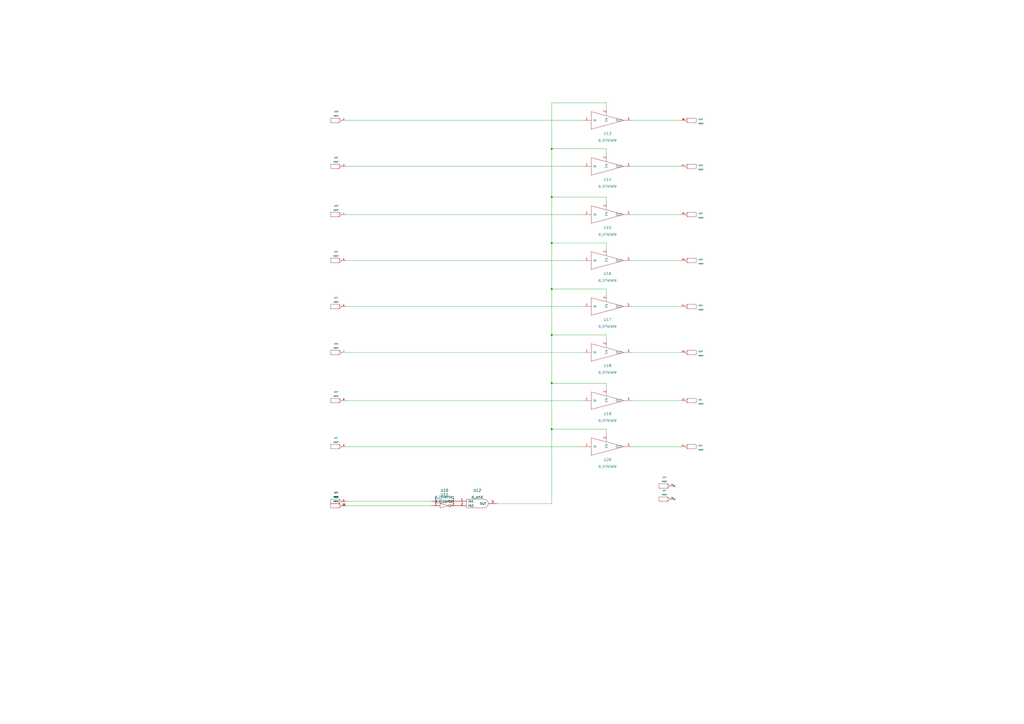
<source format=kicad_sch>
(kicad_sch (version 20211123) (generator eeschema)
  (paper "A2")
  (lib_symbols
    (symbol "eSim_Digital:d_and" (pin_names (offset 1.016))
      (property "Reference" "U" (at 0 0 0))
      (property "Value" "d_and" (at 1.27 2.54 0))
      (symbol "d_and_0_1"
        (polyline (pts (xy 3.81 -1.27) (xy -6.35 -1.27) (xy -6.35 3.81) (xy 3.81 3.81)))
        (arc (start 3.81 -1.27) (mid 5.5897 -0.5171) (end 6.35 1.27))
        (arc (start 6.35 1.27) (mid 5.5971 3.0497) (end 3.81 3.81))
      )
      (symbol "d_and_1_1"
        (pin input line (at -11.43 2.54 0) (length 5.08) (name "IN1") (number "1"))
        (pin input line (at -11.43 0 0) (length 5.08) (name "IN2") (number "2"))
        (pin output line (at 11.43 1.27 180) (length 5.08) (name "OUT") (number "3"))
      )
    )
    (symbol "eSim_Digital:d_inverter" (pin_names (offset 1.016))
      (property "Reference" "U" (at 0 -2.54 0))
      (property "Value" "d_inverter" (at 0 3.81 0))
      (symbol "d_inverter_0_1"
        (polyline (pts (xy -2.54 1.27) (xy -2.54 -1.27) (xy 2.54 0) (xy -2.54 1.27)))
      )
      (symbol "d_inverter_1_1"
        (pin input line (at -7.62 0 0) (length 5.08) (name "~") (number "1"))
        (pin output inverted (at 7.62 0 180) (length 5.08) (name "~") (number "2"))
      )
    )
    (symbol "eSim_Digital:d_tristate" (pin_names (offset 1.016))
      (property "Reference" "U" (at -6.35 6.35 0))
      (property "Value" "d_tristate" (at -5.08 11.43 0))
      (symbol "d_tristate_0_1"
        (polyline (pts (xy -10.16 13.97) (xy -10.16 3.81) (xy 8.89 8.89) (xy -10.16 13.97)))
      )
      (symbol "d_tristate_1_1"
        (pin input line (at -15.24 8.89 0) (length 5.08) (name "IN") (number "1"))
        (pin input line (at -1.27 1.27 90) (length 4.9022) (name "EN") (number "2"))
        (pin output line (at 13.97 8.89 180) (length 5.08) (name "OUT") (number "3"))
      )
    )
    (symbol "eSim_Miscellaneous:PORT" (pin_names (offset 1.016))
      (property "Reference" "U" (at 1.27 2.54 0))
      (property "Value" "PORT" (at 0 0 0))
      (symbol "PORT_0_1"
        (rectangle (start -2.54 1.27) (end 2.54 -1.27))
        (arc (start 2.54 1.27) (mid 3.1355 0.5955) (end 3.81 0))
        (arc (start 3.81 0) (mid 3.1447 -0.6046) (end 2.54 -1.27))
      )
      (symbol "PORT_1_1"
        (pin bidirectional line (at 6.35 0 180) (length 2.54) (name "~") (number "1"))
      )
      (symbol "PORT_2_1"
        (pin bidirectional line (at 6.35 0 180) (length 2.54) (name "~") (number "2"))
      )
      (symbol "PORT_3_1"
        (pin bidirectional line (at 6.35 0 180) (length 2.54) (name "~") (number "3"))
      )
      (symbol "PORT_4_1"
        (pin bidirectional line (at 6.35 0 180) (length 2.54) (name "~") (number "4"))
      )
      (symbol "PORT_5_1"
        (pin bidirectional line (at 6.35 0 180) (length 2.54) (name "~") (number "5"))
      )
      (symbol "PORT_6_1"
        (pin bidirectional line (at 6.35 0 180) (length 2.54) (name "~") (number "6"))
      )
      (symbol "PORT_7_1"
        (pin bidirectional line (at 6.35 0 180) (length 2.54) (name "~") (number "7"))
      )
      (symbol "PORT_8_1"
        (pin bidirectional line (at 6.35 0 180) (length 2.54) (name "~") (number "8"))
      )
      (symbol "PORT_9_1"
        (pin bidirectional line (at 6.35 0 180) (length 2.54) (name "~") (number "9"))
      )
      (symbol "PORT_10_1"
        (pin bidirectional line (at 6.35 0 180) (length 2.54) (name "~") (number "10"))
      )
      (symbol "PORT_11_1"
        (pin bidirectional line (at 6.35 0 180) (length 2.54) (name "~") (number "11"))
      )
      (symbol "PORT_12_1"
        (pin bidirectional line (at 6.35 0 180) (length 2.54) (name "~") (number "12"))
      )
      (symbol "PORT_13_1"
        (pin bidirectional line (at 6.35 0 180) (length 2.54) (name "~") (number "13"))
      )
      (symbol "PORT_14_1"
        (pin bidirectional line (at 6.35 0 180) (length 2.54) (name "~") (number "14"))
      )
      (symbol "PORT_15_1"
        (pin bidirectional line (at 6.35 0 180) (length 2.54) (name "~") (number "15"))
      )
      (symbol "PORT_16_1"
        (pin bidirectional line (at 6.35 0 180) (length 2.54) (name "~") (number "16"))
      )
      (symbol "PORT_17_1"
        (pin bidirectional line (at 6.35 0 180) (length 2.54) (name "~") (number "17"))
      )
      (symbol "PORT_18_1"
        (pin bidirectional line (at 6.35 0 180) (length 2.54) (name "~") (number "18"))
      )
      (symbol "PORT_19_1"
        (pin bidirectional line (at 6.35 0 180) (length 2.54) (name "~") (number "19"))
      )
      (symbol "PORT_20_1"
        (pin bidirectional line (at 6.35 0 180) (length 2.54) (name "~") (number "20"))
      )
      (symbol "PORT_21_1"
        (pin bidirectional line (at 6.35 0 180) (length 2.54) (name "~") (number "21"))
      )
      (symbol "PORT_22_1"
        (pin bidirectional line (at 6.35 0 180) (length 2.54) (name "~") (number "22"))
      )
      (symbol "PORT_23_1"
        (pin bidirectional line (at 6.35 0 180) (length 2.54) (name "~") (number "23"))
      )
      (symbol "PORT_24_1"
        (pin bidirectional line (at 6.35 0 180) (length 2.54) (name "~") (number "24"))
      )
      (symbol "PORT_25_1"
        (pin bidirectional line (at 6.35 0 180) (length 2.54) (name "~") (number "25"))
      )
      (symbol "PORT_26_1"
        (pin bidirectional line (at 6.35 0 180) (length 2.54) (name "~") (number "26"))
      )
    )
  )
  (junction (at 320.04 86.36))
  (junction (at 320.04 222.25))
  (junction (at 320.04 248.92))
  (junction (at 320.04 114.3))
  (junction (at 320.04 140.97))
  (junction (at 320.04 167.64))
  (junction (at 320.04 194.31))
  (no_connect (at 391.16 281.94))
  (no_connect (at 391.16 289.56))
  (wire (pts (xy 320.04 140.97) (xy 320.04 114.3)))
  (wire (pts (xy 320.04 222.25) (xy 320.04 194.31)))
  (wire (pts (xy 200.66 96.52) (xy 337.82 96.52)))
  (wire (pts (xy 200.66 124.46) (xy 337.82 124.46)))
  (wire (pts (xy 351.79 170.18) (xy 351.79 167.64)))
  (wire (pts (xy 320.04 59.69) (xy 351.79 59.69)))
  (wire (pts (xy 351.79 88.9) (xy 351.79 86.36)))
  (wire (pts (xy 200.66 259.08) (xy 337.82 259.08)))
  (wire (pts (xy 320.04 114.3) (xy 320.04 86.36)))
  (wire (pts (xy 200.66 293.37) (xy 250.19 293.37)))
  (wire (pts (xy 200.66 69.85) (xy 337.82 69.85)))
  (wire (pts (xy 351.79 143.51) (xy 351.79 140.97)))
  (wire (pts (xy 200.66 290.83) (xy 250.19 290.83)))
  (wire (pts (xy 351.79 116.84) (xy 351.79 114.3)))
  (wire (pts (xy 320.04 292.1) (xy 320.04 248.92)))
  (wire (pts (xy 320.04 248.92) (xy 320.04 222.25)))
  (wire (pts (xy 351.79 196.85) (xy 351.79 194.31)))
  (wire (pts (xy 320.04 194.31) (xy 320.04 167.64)))
  (wire (pts (xy 367.03 96.52) (xy 394.97 96.52)))
  (wire (pts (xy 367.03 69.85) (xy 394.97 69.85)))
  (wire (pts (xy 351.79 194.31) (xy 320.04 194.31)))
  (wire (pts (xy 367.03 151.13) (xy 394.97 151.13)))
  (wire (pts (xy 200.66 204.47) (xy 337.82 204.47)))
  (wire (pts (xy 200.66 177.8) (xy 337.82 177.8)))
  (wire (pts (xy 351.79 251.46) (xy 351.79 248.92)))
  (wire (pts (xy 367.03 204.47) (xy 394.97 204.47)))
  (wire (pts (xy 288.29 292.1) (xy 320.04 292.1)))
  (wire (pts (xy 351.79 222.25) (xy 320.04 222.25)))
  (wire (pts (xy 367.03 259.08) (xy 394.97 259.08)))
  (wire (pts (xy 200.66 232.41) (xy 337.82 232.41)))
  (wire (pts (xy 367.03 232.41) (xy 394.97 232.41)))
  (wire (pts (xy 367.03 124.46) (xy 394.97 124.46)))
  (wire (pts (xy 351.79 86.36) (xy 320.04 86.36)))
  (wire (pts (xy 351.79 167.64) (xy 320.04 167.64)))
  (wire (pts (xy 351.79 248.92) (xy 320.04 248.92)))
  (wire (pts (xy 351.79 59.69) (xy 351.79 62.23)))
  (wire (pts (xy 367.03 177.8) (xy 394.97 177.8)))
  (wire (pts (xy 351.79 224.79) (xy 351.79 222.25)))
  (wire (pts (xy 320.04 86.36) (xy 320.04 59.69)))
  (wire (pts (xy 351.79 140.97) (xy 320.04 140.97)))
  (wire (pts (xy 200.66 151.13) (xy 337.82 151.13)))
  (wire (pts (xy 320.04 167.64) (xy 320.04 140.97)))
  (wire (pts (xy 351.79 114.3) (xy 320.04 114.3)))
  (symbol (lib_id "eSim_Miscellaneous:PORT") (at 194.31 293.37 0) (unit 19)
    (property "Reference" "U1" (at 194.945 288.29 0) (effects (font (size 0.762 0.762))))
    (property "Value" "PORT" (at 194.945 290.83 0) (effects (font (size 0.762 0.762))))
  )
  (symbol (lib_id "eSim_Miscellaneous:PORT") (at 401.32 69.85 180) (unit 18)
    (property "Reference" "U1" (at 405.13 69.215 0) (effects (font (size 0.762 0.762)) (justify right)))
    (property "Value" "PORT" (at 405.13 71.755 0) (effects (font (size 0.762 0.762)) (justify right)))
  )
  (symbol (lib_id "eSim_Miscellaneous:PORT") (at 194.31 151.13 0) (unit 5)
    (property "Reference" "U1" (at 194.945 146.05 0) (effects (font (size 0.762 0.762))))
    (property "Value" "PORT" (at 194.945 148.59 0) (effects (font (size 0.762 0.762))))
  )
  (symbol (lib_id "eSim_Miscellaneous:PORT") (at 194.31 232.41 0) (unit 8)
    (property "Reference" "U1" (at 194.945 227.33 0) (effects (font (size 0.762 0.762))))
    (property "Value" "PORT" (at 194.945 229.87 0) (effects (font (size 0.762 0.762))))
  )
  (symbol (lib_id "eSim_Digital:d_inverter") (at 257.81 290.83 0) (unit 1)
    (property "Reference" "U10" (at 257.81 284.48 0) (effects (font (size 1.524 1.524))))
    (property "Value" "d_inverter" (at 257.81 288.29 0) (effects (font (size 1.524 1.524))))
  )
  (symbol (lib_id "eSim_Miscellaneous:PORT") (at 194.31 290.83 0) (unit 1)
    (property "Reference" "U1" (at 194.945 285.75 0) (effects (font (size 0.762 0.762))))
    (property "Value" "PORT" (at 194.945 288.29 0) (effects (font (size 0.762 0.762))))
  )
  (symbol (lib_id "eSim_Miscellaneous:PORT") (at 401.32 151.13 180) (unit 15)
    (property "Reference" "U1" (at 405.13 150.495 0) (effects (font (size 0.762 0.762)) (justify right)))
    (property "Value" "PORT" (at 405.13 153.035 0) (effects (font (size 0.762 0.762)) (justify right)))
  )
  (symbol (lib_id "eSim_Miscellaneous:PORT") (at 401.32 232.41 180) (unit 12)
    (property "Reference" "U1" (at 405.13 231.775 0) (effects (font (size 0.762 0.762)) (justify right)))
    (property "Value" "PORT" (at 405.13 234.315 0) (effects (font (size 0.762 0.762)) (justify right)))
  )
  (symbol (lib_id "eSim_Miscellaneous:PORT") (at 401.32 96.52 180) (unit 17)
    (property "Reference" "U1" (at 405.13 95.885 0) (effects (font (size 0.762 0.762)) (justify right)))
    (property "Value" "PORT" (at 405.13 98.425 0) (effects (font (size 0.762 0.762)) (justify right)))
  )
  (symbol (lib_id "eSim_Miscellaneous:PORT") (at 384.81 281.94 0) (unit 10)
    (property "Reference" "U1" (at 385.445 276.86 0) (effects (font (size 0.762 0.762))))
    (property "Value" "PORT" (at 385.445 279.4 0) (effects (font (size 0.762 0.762))))
  )
  (symbol (lib_id "eSim_Digital:d_and") (at 276.86 293.37 0) (unit 1)
    (property "Reference" "U12" (at 276.86 284.48 0) (effects (font (size 1.524 1.524))))
    (property "Value" "d_and" (at 276.86 288.29 0) (effects (font (size 1.524 1.524))))
  )
  (symbol (lib_id "eSim_Miscellaneous:PORT") (at 401.32 259.08 180) (unit 11)
    (property "Reference" "U1" (at 405.13 258.445 0) (effects (font (size 0.762 0.762)) (justify right)))
    (property "Value" "PORT" (at 405.13 260.985 0) (effects (font (size 0.762 0.762)) (justify right)))
  )
  (symbol (lib_id "eSim_Miscellaneous:PORT") (at 401.32 177.8 180) (unit 14)
    (property "Reference" "U1" (at 405.13 177.165 0) (effects (font (size 0.762 0.762)) (justify right)))
    (property "Value" "PORT" (at 405.13 179.705 0) (effects (font (size 0.762 0.762)) (justify right)))
  )
  (symbol (lib_id "eSim_Miscellaneous:PORT") (at 194.31 96.52 0) (unit 3)
    (property "Reference" "U1" (at 194.945 91.44 0) (effects (font (size 0.762 0.762))))
    (property "Value" "PORT" (at 194.945 93.98 0) (effects (font (size 0.762 0.762))))
  )
  (symbol (lib_id "eSim_Miscellaneous:PORT") (at 401.32 124.46 180) (unit 16)
    (property "Reference" "U1" (at 405.13 123.825 0) (effects (font (size 0.762 0.762)) (justify right)))
    (property "Value" "PORT" (at 405.13 126.365 0) (effects (font (size 0.762 0.762)) (justify right)))
  )
  (symbol (lib_id "eSim_Digital:d_tristate") (at 353.06 87.63 0) (mirror x) (unit 1)
    (property "Reference" "U14" (at 352.425 104.14 0) (effects (font (size 1.524 1.524))))
    (property "Value" "d_tristate" (at 352.425 107.95 0) (effects (font (size 1.524 1.524))))
  )
  (symbol (lib_id "eSim_Miscellaneous:PORT") (at 194.31 177.8 0) (unit 6)
    (property "Reference" "U1" (at 194.945 172.72 0) (effects (font (size 0.762 0.762))))
    (property "Value" "PORT" (at 194.945 175.26 0) (effects (font (size 0.762 0.762))))
  )
  (symbol (lib_id "eSim_Digital:d_tristate") (at 353.06 195.58 0) (mirror x) (unit 1)
    (property "Reference" "U18" (at 352.425 212.09 0) (effects (font (size 1.524 1.524))))
    (property "Value" "d_tristate" (at 352.425 215.9 0) (effects (font (size 1.524 1.524))))
  )
  (symbol (lib_id "eSim_Miscellaneous:PORT") (at 194.31 259.08 0) (unit 9)
    (property "Reference" "U1" (at 194.945 254 0) (effects (font (size 0.762 0.762))))
    (property "Value" "PORT" (at 194.945 256.54 0) (effects (font (size 0.762 0.762))))
  )
  (symbol (lib_id "eSim_Miscellaneous:PORT") (at 194.31 204.47 0) (unit 7)
    (property "Reference" "U1" (at 194.945 199.39 0) (effects (font (size 0.762 0.762))))
    (property "Value" "PORT" (at 194.945 201.93 0) (effects (font (size 0.762 0.762))))
  )
  (symbol (lib_id "eSim_Digital:d_tristate") (at 353.06 223.52 0) (mirror x) (unit 1)
    (property "Reference" "U19" (at 352.425 240.03 0) (effects (font (size 1.524 1.524))))
    (property "Value" "d_tristate" (at 352.425 243.84 0) (effects (font (size 1.524 1.524))))
  )
  (symbol (lib_id "eSim_Miscellaneous:PORT") (at 194.31 69.85 0) (unit 2)
    (property "Reference" "U1" (at 194.945 64.77 0) (effects (font (size 0.762 0.762))))
    (property "Value" "PORT" (at 194.945 67.31 0) (effects (font (size 0.762 0.762))))
  )
  (symbol (lib_id "eSim_Digital:d_tristate") (at 353.06 250.19 0) (mirror x) (unit 1)
    (property "Reference" "U20" (at 352.425 266.7 0) (effects (font (size 1.524 1.524))))
    (property "Value" "d_tristate" (at 352.425 270.51 0) (effects (font (size 1.524 1.524))))
  )
  (symbol (lib_id "eSim_Digital:d_tristate") (at 353.06 168.91 0) (mirror x) (unit 1)
    (property "Reference" "U17" (at 352.425 185.42 0) (effects (font (size 1.524 1.524))))
    (property "Value" "d_tristate" (at 352.425 189.23 0) (effects (font (size 1.524 1.524))))
  )
  (symbol (lib_id "eSim_Miscellaneous:PORT") (at 401.32 204.47 180) (unit 13)
    (property "Reference" "U1" (at 405.13 203.835 0) (effects (font (size 0.762 0.762)) (justify right)))
    (property "Value" "PORT" (at 405.13 206.375 0) (effects (font (size 0.762 0.762)) (justify right)))
  )
  (symbol (lib_id "eSim_Digital:d_tristate") (at 353.06 142.24 0) (mirror x) (unit 1)
    (property "Reference" "U16" (at 352.425 158.75 0) (effects (font (size 1.524 1.524))))
    (property "Value" "d_tristate" (at 352.425 162.56 0) (effects (font (size 1.524 1.524))))
  )
  (symbol (lib_id "eSim_Digital:d_tristate") (at 353.06 115.57 0) (mirror x) (unit 1)
    (property "Reference" "U15" (at 352.425 132.08 0) (effects (font (size 1.524 1.524))))
    (property "Value" "d_tristate" (at 352.425 135.89 0) (effects (font (size 1.524 1.524))))
  )
  (symbol (lib_id "eSim_Digital:d_inverter") (at 257.81 293.37 0) (unit 1)
    (property "Reference" "U11" (at 257.81 287.02 0) (effects (font (size 1.524 1.524))))
    (property "Value" "d_inverter" (at 257.81 290.83 0) (effects (font (size 1.524 1.524))))
  )
  (symbol (lib_id "eSim_Miscellaneous:PORT") (at 384.81 289.56 0) (unit 20)
    (property "Reference" "U1" (at 385.445 284.48 0) (effects (font (size 0.762 0.762))))
    (property "Value" "PORT" (at 385.445 287.02 0) (effects (font (size 0.762 0.762))))
  )
  (symbol (lib_id "eSim_Miscellaneous:PORT") (at 194.31 124.46 0) (unit 4)
    (property "Reference" "U1" (at 194.945 119.38 0) (effects (font (size 0.762 0.762))))
    (property "Value" "PORT" (at 194.945 121.92 0) (effects (font (size 0.762 0.762))))
  )
  (symbol (lib_id "eSim_Digital:d_tristate") (at 353.06 60.96 0) (mirror x) (unit 1)
    (property "Reference" "U13" (at 352.425 77.47 0) (effects (font (size 1.524 1.524))))
    (property "Value" "d_tristate" (at 352.425 81.28 0) (effects (font (size 1.524 1.524))))
  )
)
</source>
